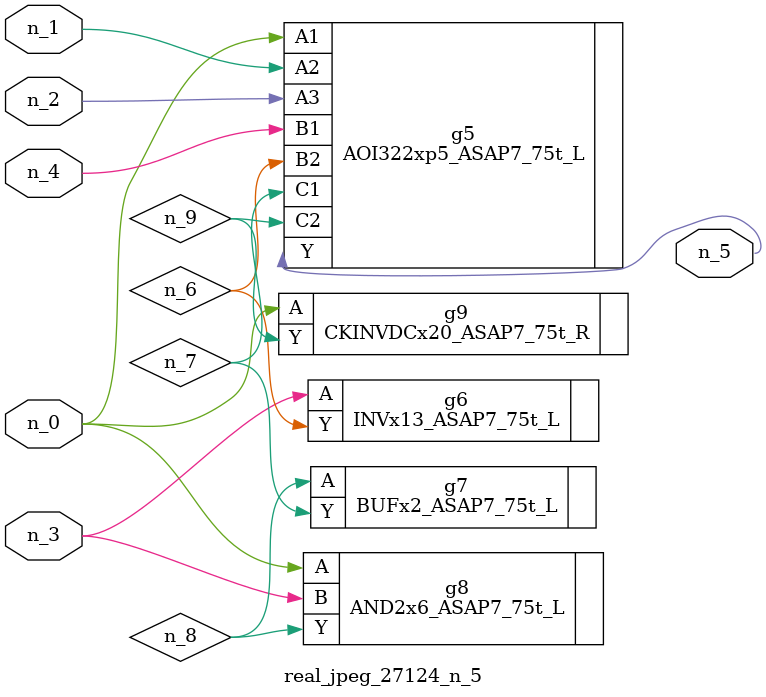
<source format=v>
module real_jpeg_27124_n_5 (n_4, n_0, n_1, n_2, n_3, n_5);

input n_4;
input n_0;
input n_1;
input n_2;
input n_3;

output n_5;

wire n_8;
wire n_6;
wire n_7;
wire n_9;

AOI322xp5_ASAP7_75t_L g5 ( 
.A1(n_0),
.A2(n_1),
.A3(n_2),
.B1(n_4),
.B2(n_6),
.C1(n_7),
.C2(n_9),
.Y(n_5)
);

AND2x6_ASAP7_75t_L g8 ( 
.A(n_0),
.B(n_3),
.Y(n_8)
);

CKINVDCx20_ASAP7_75t_R g9 ( 
.A(n_0),
.Y(n_9)
);

INVx13_ASAP7_75t_L g6 ( 
.A(n_3),
.Y(n_6)
);

BUFx2_ASAP7_75t_L g7 ( 
.A(n_8),
.Y(n_7)
);


endmodule
</source>
